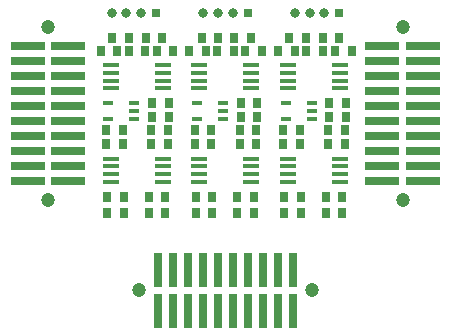
<source format=gts>
G04 #@! TF.FileFunction,Soldermask,Top*
%FSLAX46Y46*%
G04 Gerber Fmt 4.6, Leading zero omitted, Abs format (unit mm)*
G04 Created by KiCad (PCBNEW 4.0.2-4+6225~38~ubuntu14.04.1-stable) date Sun 08 May 2016 15:33:21 BST*
%MOMM*%
G01*
G04 APERTURE LIST*
%ADD10C,0.100000*%
%ADD11R,0.800000X0.800000*%
%ADD12O,0.800000X0.800000*%
%ADD13R,1.450000X0.450000*%
%ADD14R,0.950000X0.400000*%
%ADD15R,2.920000X0.740000*%
%ADD16C,1.200000*%
%ADD17R,0.740000X2.920000*%
%ADD18R,0.750000X0.900000*%
G04 APERTURE END LIST*
D10*
D11*
X109625000Y-91500000D03*
D12*
X108375000Y-91500000D03*
X107125000Y-91500000D03*
X105875000Y-91500000D03*
D11*
X101875000Y-91500000D03*
D12*
X100625000Y-91500000D03*
X99375000Y-91500000D03*
X98125000Y-91500000D03*
D11*
X94125000Y-91500000D03*
D12*
X92875000Y-91500000D03*
X91625000Y-91500000D03*
X90375000Y-91500000D03*
D13*
X109700000Y-97875000D03*
X109700000Y-97225000D03*
X109700000Y-96575000D03*
X109700000Y-95925000D03*
X105300000Y-95925000D03*
X105300000Y-96575000D03*
X105300000Y-97225000D03*
X105300000Y-97875000D03*
D14*
X107300000Y-100450000D03*
X107300000Y-99800000D03*
X107300000Y-99150000D03*
X105100000Y-99150000D03*
X105100000Y-100450000D03*
D13*
X94700000Y-97875000D03*
X94700000Y-97225000D03*
X94700000Y-96575000D03*
X94700000Y-95925000D03*
X90300000Y-95925000D03*
X90300000Y-96575000D03*
X90300000Y-97225000D03*
X90300000Y-97875000D03*
D14*
X92300000Y-100450000D03*
X92300000Y-99800000D03*
X92300000Y-99150000D03*
X90100000Y-99150000D03*
X90100000Y-100450000D03*
D13*
X90300000Y-103825000D03*
X90300000Y-104475000D03*
X90300000Y-105125000D03*
X90300000Y-105775000D03*
X94700000Y-105775000D03*
X94700000Y-105125000D03*
X94700000Y-104475000D03*
X94700000Y-103825000D03*
X102200000Y-97875000D03*
X102200000Y-97225000D03*
X102200000Y-96575000D03*
X102200000Y-95925000D03*
X97800000Y-95925000D03*
X97800000Y-96575000D03*
X97800000Y-97225000D03*
X97800000Y-97875000D03*
D14*
X99800000Y-100450000D03*
X99800000Y-99800000D03*
X99800000Y-99150000D03*
X97600000Y-99150000D03*
X97600000Y-100450000D03*
D13*
X97800000Y-103825000D03*
X97800000Y-104475000D03*
X97800000Y-105125000D03*
X97800000Y-105775000D03*
X102200000Y-105775000D03*
X102200000Y-105125000D03*
X102200000Y-104475000D03*
X102200000Y-103825000D03*
X105300000Y-103825000D03*
X105300000Y-104475000D03*
X105300000Y-105125000D03*
X105300000Y-105775000D03*
X109700000Y-105775000D03*
X109700000Y-105125000D03*
X109700000Y-104475000D03*
X109700000Y-103825000D03*
D15*
X83285000Y-94285000D03*
X86715000Y-94285000D03*
X83285000Y-95555000D03*
X86715000Y-95555000D03*
X83285000Y-96825000D03*
X86715000Y-96825000D03*
X83285000Y-98095000D03*
X86715000Y-98095000D03*
X83285000Y-99365000D03*
X86715000Y-99365000D03*
X83285000Y-100635000D03*
X86715000Y-100635000D03*
X83285000Y-101905000D03*
X86715000Y-101905000D03*
X83285000Y-103175000D03*
X86715000Y-103175000D03*
X83285000Y-104445000D03*
X86715000Y-104445000D03*
X83285000Y-105715000D03*
X86715000Y-105715000D03*
X113285000Y-94285000D03*
X116715000Y-94285000D03*
X113285000Y-95555000D03*
X116715000Y-95555000D03*
X113285000Y-96825000D03*
X116715000Y-96825000D03*
X113285000Y-98095000D03*
X116715000Y-98095000D03*
X113285000Y-99365000D03*
X116715000Y-99365000D03*
X113285000Y-100635000D03*
X116715000Y-100635000D03*
X113285000Y-101905000D03*
X116715000Y-101905000D03*
X113285000Y-103175000D03*
X116715000Y-103175000D03*
X113285000Y-104445000D03*
X116715000Y-104445000D03*
X113285000Y-105715000D03*
X116715000Y-105715000D03*
D16*
X85000000Y-107305000D03*
X85000000Y-92695000D03*
X115000000Y-107305000D03*
X115000000Y-92695000D03*
D17*
X94285000Y-116715000D03*
X94285000Y-113285000D03*
X95555000Y-116715000D03*
X95555000Y-113285000D03*
X96825000Y-116715000D03*
X96825000Y-113285000D03*
X98095000Y-116715000D03*
X98095000Y-113285000D03*
X99365000Y-116715000D03*
X99365000Y-113285000D03*
X100635000Y-116715000D03*
X100635000Y-113285000D03*
X101905000Y-116715000D03*
X101905000Y-113285000D03*
X103175000Y-116715000D03*
X103175000Y-113285000D03*
X104445000Y-116715000D03*
X104445000Y-113285000D03*
X105715000Y-116715000D03*
X105715000Y-113285000D03*
D16*
X107305000Y-115000000D03*
X92695000Y-115000000D03*
D18*
X101000000Y-108400000D03*
X102400000Y-108400000D03*
X98900000Y-107100000D03*
X97500000Y-107100000D03*
X98800000Y-102600000D03*
X97400000Y-102600000D03*
X101200000Y-101400000D03*
X102600000Y-101400000D03*
X101700000Y-94700000D03*
X103100000Y-94700000D03*
X99325000Y-94700000D03*
X100725000Y-94700000D03*
X96950000Y-94700000D03*
X98350000Y-94700000D03*
X93500000Y-108400000D03*
X94900000Y-108400000D03*
X108500000Y-108400000D03*
X109900000Y-108400000D03*
X91400000Y-107100000D03*
X90000000Y-107100000D03*
X106400000Y-107100000D03*
X105000000Y-107100000D03*
X91300000Y-102600000D03*
X89900000Y-102600000D03*
X106300000Y-102600000D03*
X104900000Y-102600000D03*
X93700000Y-101400000D03*
X95100000Y-101400000D03*
X108700000Y-101400000D03*
X110100000Y-101400000D03*
X94200000Y-94700000D03*
X95600000Y-94700000D03*
X91825000Y-94700000D03*
X93225000Y-94700000D03*
X89450000Y-94700000D03*
X90850000Y-94700000D03*
X109300000Y-94700000D03*
X110700000Y-94700000D03*
X106825000Y-94700000D03*
X108225000Y-94700000D03*
X104450000Y-94700000D03*
X105850000Y-94700000D03*
X102400000Y-107100000D03*
X101000000Y-107100000D03*
X97500000Y-108400000D03*
X98900000Y-108400000D03*
X101200000Y-102600000D03*
X102600000Y-102600000D03*
X98800000Y-101400000D03*
X97400000Y-101400000D03*
X102700000Y-100300000D03*
X101300000Y-100300000D03*
X101300000Y-99100000D03*
X102700000Y-99100000D03*
X102150000Y-93600000D03*
X100750000Y-93600000D03*
X98000000Y-93600000D03*
X99400000Y-93600000D03*
X94900000Y-107100000D03*
X93500000Y-107100000D03*
X109900000Y-107100000D03*
X108500000Y-107100000D03*
X90000000Y-108400000D03*
X91400000Y-108400000D03*
X105000000Y-108400000D03*
X106400000Y-108400000D03*
X93700000Y-102600000D03*
X95100000Y-102600000D03*
X108700000Y-102600000D03*
X110100000Y-102600000D03*
X91300000Y-101400000D03*
X89900000Y-101400000D03*
X106300000Y-101400000D03*
X104900000Y-101400000D03*
X95200000Y-100300000D03*
X93800000Y-100300000D03*
X93800000Y-99100000D03*
X95200000Y-99100000D03*
X110200000Y-100300000D03*
X108800000Y-100300000D03*
X108800000Y-99100000D03*
X110200000Y-99100000D03*
X94650000Y-93600000D03*
X93250000Y-93600000D03*
X90400000Y-93600000D03*
X91800000Y-93600000D03*
X109650000Y-93600000D03*
X108250000Y-93600000D03*
X105400000Y-93600000D03*
X106800000Y-93600000D03*
M02*

</source>
